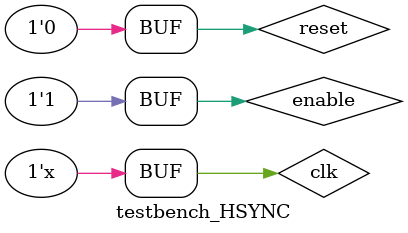
<source format=v>
`timescale 1ns/1ps
module testbench_HSYNC;
reg clk, reset, enable;
wire hsync;
wire [7:0] hpixel;

initial 
begin
    clk = 0;
    reset = 1;
    enable = 0;
    #100 reset = 0;  
    #1000 enable = 1;  
end

HSYNC_synchroniser HSYNC_synchroniser_inst (.clk(clk), .reset(reset), .enable(enable), .hsync(hsync), .hpixel(hpixel));

always #5 clk = ~clk;       // prosomoiosi tou clk tis FPGA

endmodule
</source>
